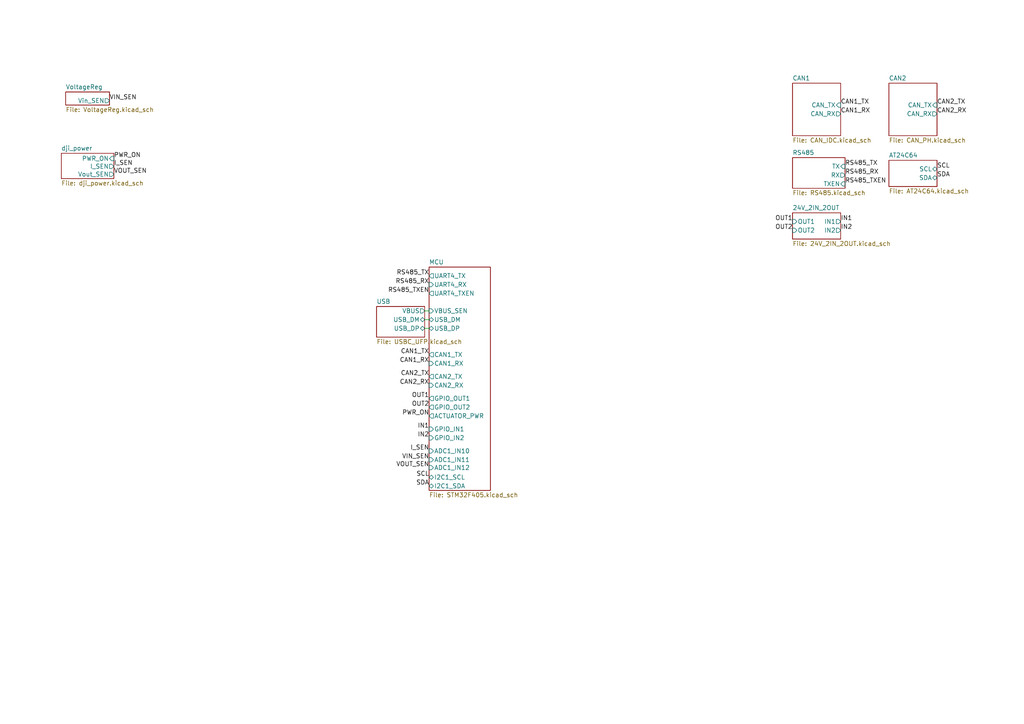
<source format=kicad_sch>
(kicad_sch (version 20211123) (generator eeschema)
  (paper "A4")
  (title_block (title "DJI Encoder Shield") (date "2020-11-08") (rev "R01") (company "HKU M2 Robocon Studio") (comment 1 "Designed by: Jeff Lai") (comment 2 "Control DJI to steer active caster module"))
  (lib_symbols)
  (wire (pts (xy 124.46 92.71) (xy 123.19 92.71)))
  (wire (pts (xy 124.46 95.25) (xy 123.19 95.25)))
  (wire (pts (xy 124.46 90.17) (xy 123.19 90.17)))
  (label "IN1" (at 124.46 124.46 180))
  (label "CAN1_RX" (at 243.84 33.02 0))
  (label "CAN2_RX" (at 124.46 111.76 180))
  (label "RS485_TXEN" (at 245.11 53.34 0))
  (label "RS485_TX" (at 124.46 80.01 180))
  (label "IN1" (at 243.84 64.262 0))
  (label "OUT2" (at 124.46 118.11 180))
  (label "IN2" (at 124.46 127 180))
  (label "SDA" (at 271.78 51.562 0))
  (label "CAN2_RX" (at 271.78 33.02 0))
  (label "OUT2" (at 229.87 66.802 180))
  (label "IN2" (at 243.84 66.802 0))
  (label "CAN1_RX" (at 124.46 105.41 180))
  (label "SCL" (at 271.78 49.022 0))
  (label "VOUT_SEN" (at 124.46 135.636 180))
  (label "SDA" (at 124.46 140.97 180))
  (label "OUT1" (at 124.46 115.57 180))
  (label "RS485_TXEN" (at 124.46 85.09 180))
  (label "SCL" (at 124.46 138.43 180))
  (label "RS485_RX" (at 245.11 50.8 0))
  (label "PWR_ON" (at 124.46 120.65 180))
  (label "I_SEN" (at 33.02 48.26 0))
  (label "RS485_TX" (at 245.11 48.26 0))
  (label "CAN2_TX" (at 124.46 109.22 180))
  (label "VIN_SEN" (at 124.46 133.35 180))
  (label "CAN2_TX" (at 271.78 30.48 0))
  (label "VIN_SEN" (at 31.75 29.21 0))
  (label "CAN1_TX" (at 243.84 30.48 0))
  (label "RS485_RX" (at 124.46 82.55 180))
  (label "I_SEN" (at 124.46 130.81 180))
  (label "OUT1" (at 229.87 64.262 180))
  (label "CAN1_TX" (at 124.46 102.87 180))
  (label "PWR_ON" (at 33.02 45.974 0))
  (label "VOUT_SEN" (at 33.02 50.546 0))
  (sheet (at 17.78 44.45) (size 15.24 7.366)
    (property "Sheet name" "dji_power" (at 17.78 43.7384 0) (effects (justify left bottom)))
    (property "Sheet file" "dji_power.kicad_sch" (at 17.78 52.4006 0) (effects (justify left top)))
    (pin "PWR_ON" input (at 33.02 45.974 0))
    (pin "I_SEN" output (at 33.02 48.26 0))
    (pin "Vout_SEN" output (at 33.02 50.546 0))
  )
  (sheet (at 229.87 24.13) (size 13.97 15.24)
    (property "Sheet name" "CAN1" (at 229.87 23.4184 0) (effects (justify left bottom)))
    (property "Sheet file" "CAN_IDC.kicad_sch" (at 229.87 39.9546 0) (effects (justify left top)))
    (pin "CAN_TX" input (at 243.84 30.48 0))
    (pin "CAN_RX" output (at 243.84 33.02 0))
  )
  (sheet (at 229.87 45.72) (size 15.24 8.89)
    (property "Sheet name" "RS485" (at 229.87 45.0084 0) (effects (justify left bottom)))
    (property "Sheet file" "RS485.kicad_sch" (at 229.87 55.1946 0) (effects (justify left top)))
    (pin "RX" output (at 245.11 50.8 0))
    (pin "TX" input (at 245.11 48.26 0))
    (pin "TXEN" input (at 245.11 53.34 0))
  )
  (sheet (at 257.81 24.13) (size 13.97 15.24)
    (property "Sheet name" "CAN2" (at 257.81 23.4184 0) (effects (justify left bottom)))
    (property "Sheet file" "CAN_PH.kicad_sch" (at 257.81 39.9546 0) (effects (justify left top)))
    (pin "CAN_TX" input (at 271.78 30.48 0))
    (pin "CAN_RX" output (at 271.78 33.02 0))
  )
  (sheet (at 124.46 77.47) (size 17.78 64.77)
    (property "Sheet name" "MCU" (at 124.46 76.7584 0) (effects (justify left bottom)))
    (property "Sheet file" "STM32F405.kicad_sch" (at 124.46 142.8246 0) (effects (justify left top)))
    (pin "UART4_TX" output (at 124.46 80.01 180))
    (pin "UART4_RX" input (at 124.46 82.55 180))
    (pin "UART4_TXEN" output (at 124.46 85.09 180))
    (pin "USB_DM" bidirectional (at 124.46 92.71 180))
    (pin "USB_DP" bidirectional (at 124.46 95.25 180))
    (pin "CAN1_TX" output (at 124.46 102.87 180))
    (pin "CAN1_RX" input (at 124.46 105.41 180))
    (pin "CAN2_RX" input (at 124.46 111.76 180))
    (pin "CAN2_TX" output (at 124.46 109.22 180))
    (pin "VBUS_SEN" input (at 124.46 90.17 180))
    (pin "ACTUATOR_PWR" output (at 124.46 120.65 180))
    (pin "ADC1_IN10" input (at 124.46 130.81 180))
    (pin "ADC1_IN11" input (at 124.46 133.35 180))
    (pin "I2C1_SCL" bidirectional (at 124.46 138.43 180))
    (pin "I2C1_SDA" bidirectional (at 124.46 140.97 180))
    (pin "GPIO_IN2" input (at 124.46 127 180))
    (pin "GPIO_OUT1" output (at 124.46 115.57 180))
    (pin "GPIO_IN1" input (at 124.46 124.46 180))
    (pin "GPIO_OUT2" output (at 124.46 118.11 180))
    (pin "ADC1_IN12" input (at 124.46 135.636 180))
  )
  (sheet (at 19.05 26.67) (size 12.7 3.81)
    (property "Sheet name" "VoltageReg" (at 19.05 25.9584 0) (effects (justify left bottom)))
    (property "Sheet file" "VoltageReg.kicad_sch" (at 19.05 31.0646 0) (effects (justify left top)))
    (pin "Vin_SEN" output (at 31.75 29.21 0))
  )
  (sheet (at 257.81 46.482) (size 13.97 7.62)
    (property "Sheet name" "AT24C64" (at 257.81 45.7704 0) (effects (justify left bottom)))
    (property "Sheet file" "AT24C64.kicad_sch" (at 257.81 54.6866 0) (effects (justify left top)))
    (pin "SDA" bidirectional (at 271.78 51.562 0))
    (pin "SCL" bidirectional (at 271.78 49.022 0))
  )
  (sheet (at 109.22 88.9) (size 13.97 8.89)
    (property "Sheet name" "USB" (at 109.22 88.1884 0) (effects (justify left bottom)))
    (property "Sheet file" "USBC_UFP.kicad_sch" (at 109.22 98.3746 0) (effects (justify left top)))
    (pin "VBUS" output (at 123.19 90.17 0))
    (pin "USB_DM" bidirectional (at 123.19 92.71 0))
    (pin "USB_DP" bidirectional (at 123.19 95.25 0))
  )
  (sheet (at 229.87 61.722) (size 13.97 7.62)
    (property "Sheet name" "24V_2IN_2OUT" (at 229.87 61.0104 0) (effects (justify left bottom)))
    (property "Sheet file" "24V_2IN_2OUT.kicad_sch" (at 229.87 69.9266 0) (effects (justify left top)))
    (pin "IN1" output (at 243.84 64.262 0))
    (pin "OUT2" input (at 229.87 66.802 180))
    (pin "IN2" output (at 243.84 66.802 0))
    (pin "OUT1" input (at 229.87 64.262 180))
  )
)
</source>
